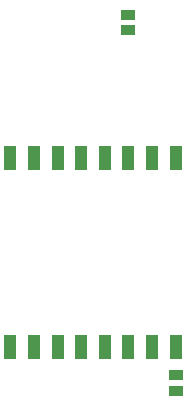
<source format=gbp>
G04 #@! TF.GenerationSoftware,KiCad,Pcbnew,5.0.2-bee76a0~70~ubuntu16.04.1*
G04 #@! TF.CreationDate,2019-04-16T07:24:40+05:30*
G04 #@! TF.ProjectId,PSLab,50534c61-622e-46b6-9963-61645f706362,v6.1*
G04 #@! TF.SameCoordinates,Original*
G04 #@! TF.FileFunction,Paste,Bot*
G04 #@! TF.FilePolarity,Positive*
%FSLAX46Y46*%
G04 Gerber Fmt 4.6, Leading zero omitted, Abs format (unit mm)*
G04 Created by KiCad (PCBNEW 5.0.2-bee76a0~70~ubuntu16.04.1) date Tue 16 Apr 2019 07:24:40 +0530*
%MOMM*%
%LPD*%
G01*
G04 APERTURE LIST*
%ADD10R,1.000000X2.000000*%
%ADD11R,1.270000X0.970000*%
G04 APERTURE END LIST*
D10*
G04 #@! TO.C,U15*
X106440000Y-96770000D03*
X104440000Y-96770000D03*
X102440000Y-96770000D03*
X100440000Y-96770000D03*
X98440000Y-96770000D03*
X96440000Y-96770000D03*
X94440000Y-96770000D03*
X92440000Y-96770000D03*
X92440000Y-80770000D03*
X94440000Y-80770000D03*
X96440000Y-80770000D03*
X98440000Y-80770000D03*
X100440000Y-80770000D03*
X102440000Y-80770000D03*
X104440000Y-80770000D03*
X106440000Y-80770000D03*
G04 #@! TD*
D11*
G04 #@! TO.C,JP1*
X106450000Y-99160000D03*
X106450000Y-100440000D03*
G04 #@! TD*
G04 #@! TO.C,JP2*
X102420000Y-69950000D03*
X102420000Y-68670000D03*
G04 #@! TD*
M02*

</source>
